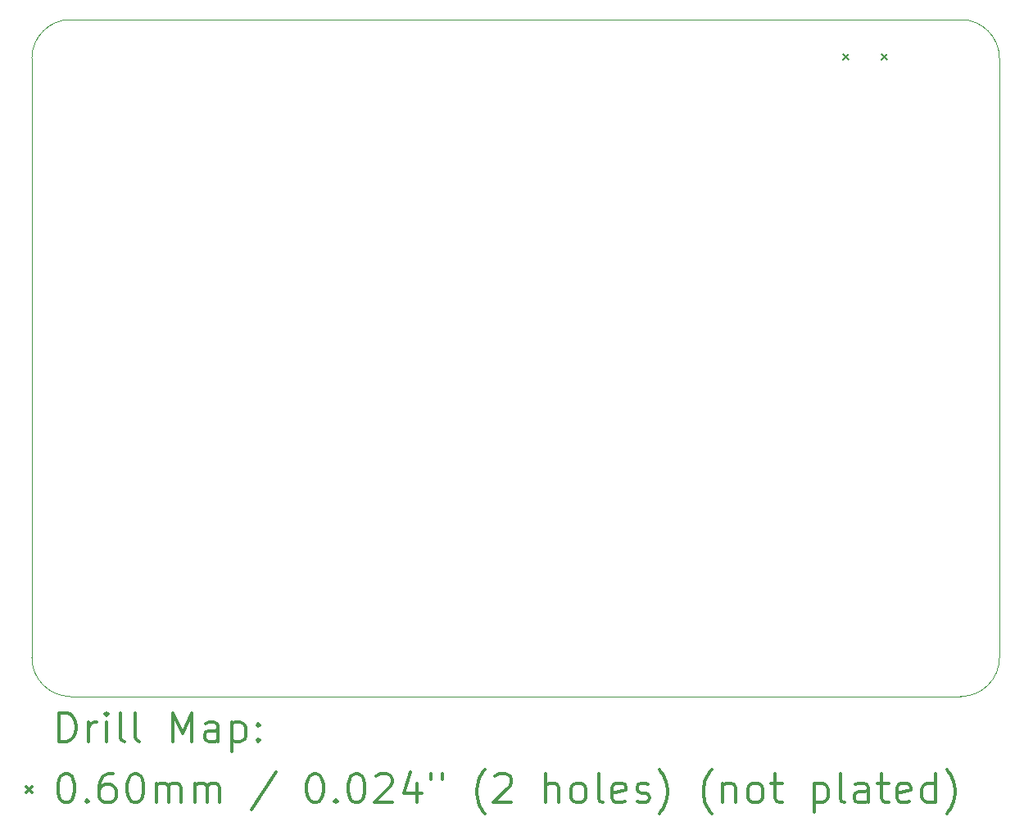
<source format=gbr>
%FSLAX45Y45*%
G04 Gerber Fmt 4.5, Leading zero omitted, Abs format (unit mm)*
G04 Created by KiCad (PCBNEW 5.1.5+dfsg1-2build2) date 2021-12-29 18:25:53*
%MOMM*%
%LPD*%
G04 APERTURE LIST*
%TA.AperFunction,Profile*%
%ADD10C,0.050000*%
%TD*%
%ADD11C,0.200000*%
%ADD12C,0.300000*%
G04 APERTURE END LIST*
D10*
X9000000Y-4900000D02*
G75*
G02X9400000Y-4500000I400000J0D01*
G01*
X18600000Y-4500000D02*
G75*
G02X19000000Y-4900000I0J-400000D01*
G01*
X19000000Y-11100000D02*
X19000000Y-4900000D01*
X19000000Y-11100000D02*
G75*
G02X18600000Y-11500000I-400000J0D01*
G01*
X9400000Y-11500000D02*
X18600000Y-11500000D01*
X9400000Y-4500000D02*
X18600000Y-4500000D01*
X9400000Y-11500000D02*
G75*
G02X9000000Y-11100000I0J400000D01*
G01*
X9000000Y-4900000D02*
X9000000Y-11100000D01*
D11*
X17380000Y-4855000D02*
X17440000Y-4915000D01*
X17440000Y-4855000D02*
X17380000Y-4915000D01*
X17780000Y-4855000D02*
X17840000Y-4915000D01*
X17840000Y-4855000D02*
X17780000Y-4915000D01*
D12*
X9283928Y-11968214D02*
X9283928Y-11668214D01*
X9355357Y-11668214D01*
X9398214Y-11682500D01*
X9426786Y-11711071D01*
X9441071Y-11739643D01*
X9455357Y-11796786D01*
X9455357Y-11839643D01*
X9441071Y-11896786D01*
X9426786Y-11925357D01*
X9398214Y-11953929D01*
X9355357Y-11968214D01*
X9283928Y-11968214D01*
X9583928Y-11968214D02*
X9583928Y-11768214D01*
X9583928Y-11825357D02*
X9598214Y-11796786D01*
X9612500Y-11782500D01*
X9641071Y-11768214D01*
X9669643Y-11768214D01*
X9769643Y-11968214D02*
X9769643Y-11768214D01*
X9769643Y-11668214D02*
X9755357Y-11682500D01*
X9769643Y-11696786D01*
X9783928Y-11682500D01*
X9769643Y-11668214D01*
X9769643Y-11696786D01*
X9955357Y-11968214D02*
X9926786Y-11953929D01*
X9912500Y-11925357D01*
X9912500Y-11668214D01*
X10112500Y-11968214D02*
X10083928Y-11953929D01*
X10069643Y-11925357D01*
X10069643Y-11668214D01*
X10455357Y-11968214D02*
X10455357Y-11668214D01*
X10555357Y-11882500D01*
X10655357Y-11668214D01*
X10655357Y-11968214D01*
X10926786Y-11968214D02*
X10926786Y-11811071D01*
X10912500Y-11782500D01*
X10883928Y-11768214D01*
X10826786Y-11768214D01*
X10798214Y-11782500D01*
X10926786Y-11953929D02*
X10898214Y-11968214D01*
X10826786Y-11968214D01*
X10798214Y-11953929D01*
X10783928Y-11925357D01*
X10783928Y-11896786D01*
X10798214Y-11868214D01*
X10826786Y-11853929D01*
X10898214Y-11853929D01*
X10926786Y-11839643D01*
X11069643Y-11768214D02*
X11069643Y-12068214D01*
X11069643Y-11782500D02*
X11098214Y-11768214D01*
X11155357Y-11768214D01*
X11183928Y-11782500D01*
X11198214Y-11796786D01*
X11212500Y-11825357D01*
X11212500Y-11911071D01*
X11198214Y-11939643D01*
X11183928Y-11953929D01*
X11155357Y-11968214D01*
X11098214Y-11968214D01*
X11069643Y-11953929D01*
X11341071Y-11939643D02*
X11355357Y-11953929D01*
X11341071Y-11968214D01*
X11326786Y-11953929D01*
X11341071Y-11939643D01*
X11341071Y-11968214D01*
X11341071Y-11782500D02*
X11355357Y-11796786D01*
X11341071Y-11811071D01*
X11326786Y-11796786D01*
X11341071Y-11782500D01*
X11341071Y-11811071D01*
X8937500Y-12432500D02*
X8997500Y-12492500D01*
X8997500Y-12432500D02*
X8937500Y-12492500D01*
X9341071Y-12298214D02*
X9369643Y-12298214D01*
X9398214Y-12312500D01*
X9412500Y-12326786D01*
X9426786Y-12355357D01*
X9441071Y-12412500D01*
X9441071Y-12483929D01*
X9426786Y-12541071D01*
X9412500Y-12569643D01*
X9398214Y-12583929D01*
X9369643Y-12598214D01*
X9341071Y-12598214D01*
X9312500Y-12583929D01*
X9298214Y-12569643D01*
X9283928Y-12541071D01*
X9269643Y-12483929D01*
X9269643Y-12412500D01*
X9283928Y-12355357D01*
X9298214Y-12326786D01*
X9312500Y-12312500D01*
X9341071Y-12298214D01*
X9569643Y-12569643D02*
X9583928Y-12583929D01*
X9569643Y-12598214D01*
X9555357Y-12583929D01*
X9569643Y-12569643D01*
X9569643Y-12598214D01*
X9841071Y-12298214D02*
X9783928Y-12298214D01*
X9755357Y-12312500D01*
X9741071Y-12326786D01*
X9712500Y-12369643D01*
X9698214Y-12426786D01*
X9698214Y-12541071D01*
X9712500Y-12569643D01*
X9726786Y-12583929D01*
X9755357Y-12598214D01*
X9812500Y-12598214D01*
X9841071Y-12583929D01*
X9855357Y-12569643D01*
X9869643Y-12541071D01*
X9869643Y-12469643D01*
X9855357Y-12441071D01*
X9841071Y-12426786D01*
X9812500Y-12412500D01*
X9755357Y-12412500D01*
X9726786Y-12426786D01*
X9712500Y-12441071D01*
X9698214Y-12469643D01*
X10055357Y-12298214D02*
X10083928Y-12298214D01*
X10112500Y-12312500D01*
X10126786Y-12326786D01*
X10141071Y-12355357D01*
X10155357Y-12412500D01*
X10155357Y-12483929D01*
X10141071Y-12541071D01*
X10126786Y-12569643D01*
X10112500Y-12583929D01*
X10083928Y-12598214D01*
X10055357Y-12598214D01*
X10026786Y-12583929D01*
X10012500Y-12569643D01*
X9998214Y-12541071D01*
X9983928Y-12483929D01*
X9983928Y-12412500D01*
X9998214Y-12355357D01*
X10012500Y-12326786D01*
X10026786Y-12312500D01*
X10055357Y-12298214D01*
X10283928Y-12598214D02*
X10283928Y-12398214D01*
X10283928Y-12426786D02*
X10298214Y-12412500D01*
X10326786Y-12398214D01*
X10369643Y-12398214D01*
X10398214Y-12412500D01*
X10412500Y-12441071D01*
X10412500Y-12598214D01*
X10412500Y-12441071D02*
X10426786Y-12412500D01*
X10455357Y-12398214D01*
X10498214Y-12398214D01*
X10526786Y-12412500D01*
X10541071Y-12441071D01*
X10541071Y-12598214D01*
X10683928Y-12598214D02*
X10683928Y-12398214D01*
X10683928Y-12426786D02*
X10698214Y-12412500D01*
X10726786Y-12398214D01*
X10769643Y-12398214D01*
X10798214Y-12412500D01*
X10812500Y-12441071D01*
X10812500Y-12598214D01*
X10812500Y-12441071D02*
X10826786Y-12412500D01*
X10855357Y-12398214D01*
X10898214Y-12398214D01*
X10926786Y-12412500D01*
X10941071Y-12441071D01*
X10941071Y-12598214D01*
X11526786Y-12283929D02*
X11269643Y-12669643D01*
X11912500Y-12298214D02*
X11941071Y-12298214D01*
X11969643Y-12312500D01*
X11983928Y-12326786D01*
X11998214Y-12355357D01*
X12012500Y-12412500D01*
X12012500Y-12483929D01*
X11998214Y-12541071D01*
X11983928Y-12569643D01*
X11969643Y-12583929D01*
X11941071Y-12598214D01*
X11912500Y-12598214D01*
X11883928Y-12583929D01*
X11869643Y-12569643D01*
X11855357Y-12541071D01*
X11841071Y-12483929D01*
X11841071Y-12412500D01*
X11855357Y-12355357D01*
X11869643Y-12326786D01*
X11883928Y-12312500D01*
X11912500Y-12298214D01*
X12141071Y-12569643D02*
X12155357Y-12583929D01*
X12141071Y-12598214D01*
X12126786Y-12583929D01*
X12141071Y-12569643D01*
X12141071Y-12598214D01*
X12341071Y-12298214D02*
X12369643Y-12298214D01*
X12398214Y-12312500D01*
X12412500Y-12326786D01*
X12426786Y-12355357D01*
X12441071Y-12412500D01*
X12441071Y-12483929D01*
X12426786Y-12541071D01*
X12412500Y-12569643D01*
X12398214Y-12583929D01*
X12369643Y-12598214D01*
X12341071Y-12598214D01*
X12312500Y-12583929D01*
X12298214Y-12569643D01*
X12283928Y-12541071D01*
X12269643Y-12483929D01*
X12269643Y-12412500D01*
X12283928Y-12355357D01*
X12298214Y-12326786D01*
X12312500Y-12312500D01*
X12341071Y-12298214D01*
X12555357Y-12326786D02*
X12569643Y-12312500D01*
X12598214Y-12298214D01*
X12669643Y-12298214D01*
X12698214Y-12312500D01*
X12712500Y-12326786D01*
X12726786Y-12355357D01*
X12726786Y-12383929D01*
X12712500Y-12426786D01*
X12541071Y-12598214D01*
X12726786Y-12598214D01*
X12983928Y-12398214D02*
X12983928Y-12598214D01*
X12912500Y-12283929D02*
X12841071Y-12498214D01*
X13026786Y-12498214D01*
X13126786Y-12298214D02*
X13126786Y-12355357D01*
X13241071Y-12298214D02*
X13241071Y-12355357D01*
X13683928Y-12712500D02*
X13669643Y-12698214D01*
X13641071Y-12655357D01*
X13626786Y-12626786D01*
X13612500Y-12583929D01*
X13598214Y-12512500D01*
X13598214Y-12455357D01*
X13612500Y-12383929D01*
X13626786Y-12341071D01*
X13641071Y-12312500D01*
X13669643Y-12269643D01*
X13683928Y-12255357D01*
X13783928Y-12326786D02*
X13798214Y-12312500D01*
X13826786Y-12298214D01*
X13898214Y-12298214D01*
X13926786Y-12312500D01*
X13941071Y-12326786D01*
X13955357Y-12355357D01*
X13955357Y-12383929D01*
X13941071Y-12426786D01*
X13769643Y-12598214D01*
X13955357Y-12598214D01*
X14312500Y-12598214D02*
X14312500Y-12298214D01*
X14441071Y-12598214D02*
X14441071Y-12441071D01*
X14426786Y-12412500D01*
X14398214Y-12398214D01*
X14355357Y-12398214D01*
X14326786Y-12412500D01*
X14312500Y-12426786D01*
X14626786Y-12598214D02*
X14598214Y-12583929D01*
X14583928Y-12569643D01*
X14569643Y-12541071D01*
X14569643Y-12455357D01*
X14583928Y-12426786D01*
X14598214Y-12412500D01*
X14626786Y-12398214D01*
X14669643Y-12398214D01*
X14698214Y-12412500D01*
X14712500Y-12426786D01*
X14726786Y-12455357D01*
X14726786Y-12541071D01*
X14712500Y-12569643D01*
X14698214Y-12583929D01*
X14669643Y-12598214D01*
X14626786Y-12598214D01*
X14898214Y-12598214D02*
X14869643Y-12583929D01*
X14855357Y-12555357D01*
X14855357Y-12298214D01*
X15126786Y-12583929D02*
X15098214Y-12598214D01*
X15041071Y-12598214D01*
X15012500Y-12583929D01*
X14998214Y-12555357D01*
X14998214Y-12441071D01*
X15012500Y-12412500D01*
X15041071Y-12398214D01*
X15098214Y-12398214D01*
X15126786Y-12412500D01*
X15141071Y-12441071D01*
X15141071Y-12469643D01*
X14998214Y-12498214D01*
X15255357Y-12583929D02*
X15283928Y-12598214D01*
X15341071Y-12598214D01*
X15369643Y-12583929D01*
X15383928Y-12555357D01*
X15383928Y-12541071D01*
X15369643Y-12512500D01*
X15341071Y-12498214D01*
X15298214Y-12498214D01*
X15269643Y-12483929D01*
X15255357Y-12455357D01*
X15255357Y-12441071D01*
X15269643Y-12412500D01*
X15298214Y-12398214D01*
X15341071Y-12398214D01*
X15369643Y-12412500D01*
X15483928Y-12712500D02*
X15498214Y-12698214D01*
X15526786Y-12655357D01*
X15541071Y-12626786D01*
X15555357Y-12583929D01*
X15569643Y-12512500D01*
X15569643Y-12455357D01*
X15555357Y-12383929D01*
X15541071Y-12341071D01*
X15526786Y-12312500D01*
X15498214Y-12269643D01*
X15483928Y-12255357D01*
X16026786Y-12712500D02*
X16012500Y-12698214D01*
X15983928Y-12655357D01*
X15969643Y-12626786D01*
X15955357Y-12583929D01*
X15941071Y-12512500D01*
X15941071Y-12455357D01*
X15955357Y-12383929D01*
X15969643Y-12341071D01*
X15983928Y-12312500D01*
X16012500Y-12269643D01*
X16026786Y-12255357D01*
X16141071Y-12398214D02*
X16141071Y-12598214D01*
X16141071Y-12426786D02*
X16155357Y-12412500D01*
X16183928Y-12398214D01*
X16226786Y-12398214D01*
X16255357Y-12412500D01*
X16269643Y-12441071D01*
X16269643Y-12598214D01*
X16455357Y-12598214D02*
X16426786Y-12583929D01*
X16412500Y-12569643D01*
X16398214Y-12541071D01*
X16398214Y-12455357D01*
X16412500Y-12426786D01*
X16426786Y-12412500D01*
X16455357Y-12398214D01*
X16498214Y-12398214D01*
X16526786Y-12412500D01*
X16541071Y-12426786D01*
X16555357Y-12455357D01*
X16555357Y-12541071D01*
X16541071Y-12569643D01*
X16526786Y-12583929D01*
X16498214Y-12598214D01*
X16455357Y-12598214D01*
X16641071Y-12398214D02*
X16755357Y-12398214D01*
X16683928Y-12298214D02*
X16683928Y-12555357D01*
X16698214Y-12583929D01*
X16726786Y-12598214D01*
X16755357Y-12598214D01*
X17083928Y-12398214D02*
X17083928Y-12698214D01*
X17083928Y-12412500D02*
X17112500Y-12398214D01*
X17169643Y-12398214D01*
X17198214Y-12412500D01*
X17212500Y-12426786D01*
X17226786Y-12455357D01*
X17226786Y-12541071D01*
X17212500Y-12569643D01*
X17198214Y-12583929D01*
X17169643Y-12598214D01*
X17112500Y-12598214D01*
X17083928Y-12583929D01*
X17398214Y-12598214D02*
X17369643Y-12583929D01*
X17355357Y-12555357D01*
X17355357Y-12298214D01*
X17641071Y-12598214D02*
X17641071Y-12441071D01*
X17626786Y-12412500D01*
X17598214Y-12398214D01*
X17541071Y-12398214D01*
X17512500Y-12412500D01*
X17641071Y-12583929D02*
X17612500Y-12598214D01*
X17541071Y-12598214D01*
X17512500Y-12583929D01*
X17498214Y-12555357D01*
X17498214Y-12526786D01*
X17512500Y-12498214D01*
X17541071Y-12483929D01*
X17612500Y-12483929D01*
X17641071Y-12469643D01*
X17741071Y-12398214D02*
X17855357Y-12398214D01*
X17783928Y-12298214D02*
X17783928Y-12555357D01*
X17798214Y-12583929D01*
X17826786Y-12598214D01*
X17855357Y-12598214D01*
X18069643Y-12583929D02*
X18041071Y-12598214D01*
X17983928Y-12598214D01*
X17955357Y-12583929D01*
X17941071Y-12555357D01*
X17941071Y-12441071D01*
X17955357Y-12412500D01*
X17983928Y-12398214D01*
X18041071Y-12398214D01*
X18069643Y-12412500D01*
X18083928Y-12441071D01*
X18083928Y-12469643D01*
X17941071Y-12498214D01*
X18341071Y-12598214D02*
X18341071Y-12298214D01*
X18341071Y-12583929D02*
X18312500Y-12598214D01*
X18255357Y-12598214D01*
X18226786Y-12583929D01*
X18212500Y-12569643D01*
X18198214Y-12541071D01*
X18198214Y-12455357D01*
X18212500Y-12426786D01*
X18226786Y-12412500D01*
X18255357Y-12398214D01*
X18312500Y-12398214D01*
X18341071Y-12412500D01*
X18455357Y-12712500D02*
X18469643Y-12698214D01*
X18498214Y-12655357D01*
X18512500Y-12626786D01*
X18526786Y-12583929D01*
X18541071Y-12512500D01*
X18541071Y-12455357D01*
X18526786Y-12383929D01*
X18512500Y-12341071D01*
X18498214Y-12312500D01*
X18469643Y-12269643D01*
X18455357Y-12255357D01*
M02*

</source>
